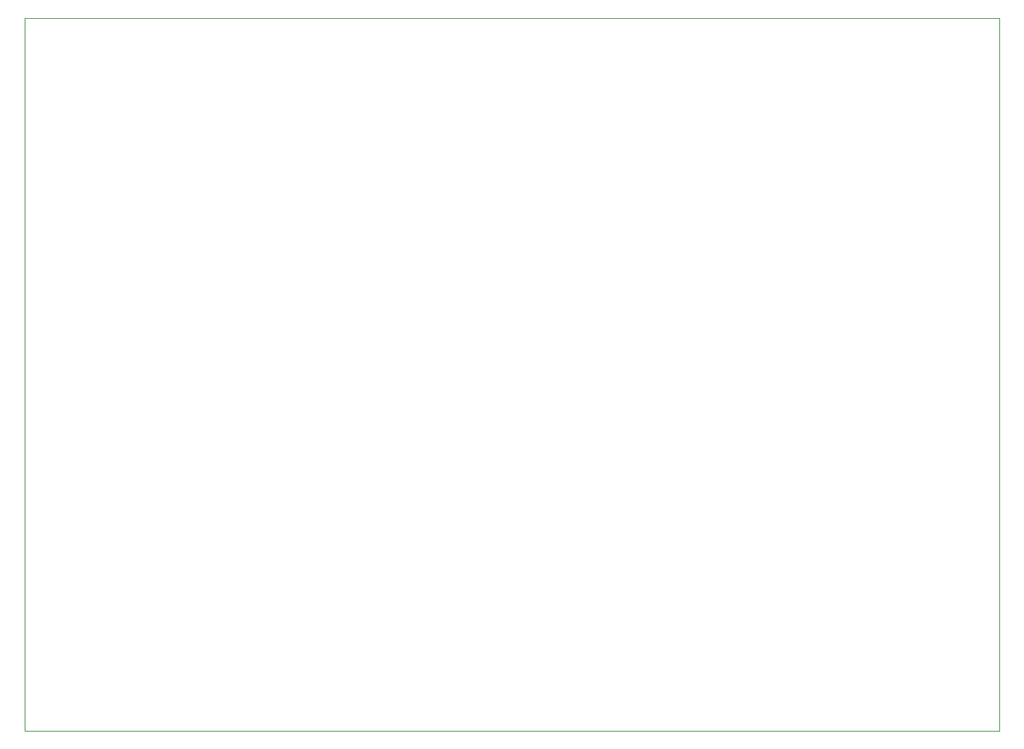
<source format=gm1>
G04 #@! TF.GenerationSoftware,KiCad,Pcbnew,(5.1.5)-3*
G04 #@! TF.CreationDate,2020-05-10T18:01:22+09:00*
G04 #@! TF.ProjectId,Current_Controller,43757272-656e-4745-9f43-6f6e74726f6c,rev?*
G04 #@! TF.SameCoordinates,Original*
G04 #@! TF.FileFunction,Profile,NP*
%FSLAX46Y46*%
G04 Gerber Fmt 4.6, Leading zero omitted, Abs format (unit mm)*
G04 Created by KiCad (PCBNEW (5.1.5)-3) date 2020-05-10 18:01:22*
%MOMM*%
%LPD*%
G04 APERTURE LIST*
%ADD10C,0.100000*%
G04 APERTURE END LIST*
D10*
X132715000Y-66929000D02*
X132715000Y-68961000D01*
X132715000Y-68961000D02*
X132715000Y-97155000D01*
X132715000Y-97155000D02*
X19050000Y-97155000D01*
X19050000Y-97155000D02*
X19050000Y-13970000D01*
X19050000Y-13970000D02*
X132715000Y-13970000D01*
X132715000Y-13970000D02*
X132715000Y-66929000D01*
M02*

</source>
